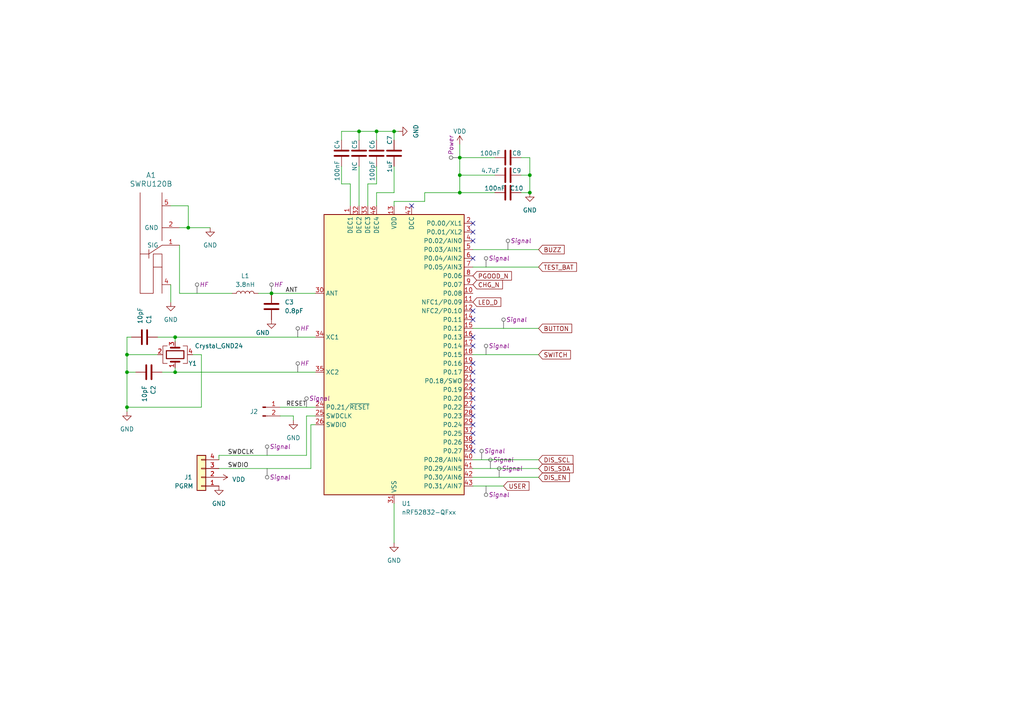
<source format=kicad_sch>
(kicad_sch (version 20230121) (generator eeschema)
  (paper "A4")
  (title_block (comment 1 "MCU set up for internal LDO.") (comment 2 "The DCDC converter cannot be used with out other additional passive"))
  (lib_symbols
    (symbol "Connector:Conn_01x02_Pin" (pin_names (offset 1.016) hide)
      (property "Reference" "J" (at 0 2.54 0))
      (property "Value" "Conn_01x02_Pin" (at 0 -5.08 0))
      (symbol "Conn_01x02_Pin_1_1"
        (polyline (pts (xy 1.27 -2.54) (xy 0.8636 -2.54)) (stroke (width 0.1524)))
        (polyline (pts (xy 1.27 0) (xy 0.8636 0)) (stroke (width 0.1524)))
        (rectangle (start 0.8636 -2.413) (end 0 -2.667) (stroke (width 0.1524)) (fill (type outline)))
        (rectangle (start 0.8636 0.127) (end 0 -0.127) (stroke (width 0.1524)) (fill (type outline)))
        (pin passive line (at 5.08 0 180) (length 3.81) (name "Pin_1") (number "1"))
        (pin passive line (at 5.08 -2.54 180) (length 3.81) (name "Pin_2") (number "2"))
      )
    )
    (symbol "Connector_Generic:Conn_01x04" (pin_names (offset 1.016) hide)
      (property "Reference" "J" (at 0 5.08 0))
      (property "Value" "Conn_01x04" (at 0 -7.62 0))
      (symbol "Conn_01x04_1_1"
        (rectangle (start -1.27 -4.953) (end 0 -5.207) (stroke (width 0.1524)))
        (rectangle (start -1.27 -2.413) (end 0 -2.667) (stroke (width 0.1524)))
        (rectangle (start -1.27 0.127) (end 0 -0.127) (stroke (width 0.1524)))
        (rectangle (start -1.27 2.667) (end 0 2.413) (stroke (width 0.1524)))
        (rectangle (start -1.27 3.81) (end 1.27 -6.35) (stroke (width 0.254)) (fill (type background)))
        (pin passive line (at -5.08 2.54 0) (length 3.81) (name "Pin_1") (number "1"))
        (pin passive line (at -5.08 0 0) (length 3.81) (name "Pin_2") (number "2"))
        (pin passive line (at -5.08 -2.54 0) (length 3.81) (name "Pin_3") (number "3"))
        (pin passive line (at -5.08 -5.08 0) (length 3.81) (name "Pin_4") (number "4"))
      )
    )
    (symbol "Device:C" (pin_numbers hide) (pin_names (offset 0.254))
      (property "Reference" "C" (at 0.635 2.54 0))
      (property "Value" "C" (at 0.635 -2.54 0))
      (symbol "C_0_1"
        (polyline (pts (xy -2.032 -0.762) (xy 2.032 -0.762)) (stroke (width 0.508)))
        (polyline (pts (xy -2.032 0.762) (xy 2.032 0.762)) (stroke (width 0.508)))
      )
      (symbol "C_1_1"
        (pin passive line (at 0 3.81 270) (length 2.794) (name "~") (number "1"))
        (pin passive line (at 0 -3.81 90) (length 2.794) (name "~") (number "2"))
      )
    )
    (symbol "Device:Crystal_GND24" (pin_names (offset 1.016) hide)
      (property "Reference" "Y" (at 3.175 5.08 0))
      (property "Value" "Crystal_GND24" (at 3.175 3.175 0))
      (symbol "Crystal_GND24_0_1"
        (rectangle (start -1.143 2.54) (end 1.143 -2.54) (stroke (width 0.3048)))
        (polyline (pts (xy -2.54 0) (xy -2.032 0)))
        (polyline (pts (xy -2.032 -1.27) (xy -2.032 1.27)) (stroke (width 0.508)))
        (polyline (pts (xy 0 -3.81) (xy 0 -3.556)))
        (polyline (pts (xy 0 3.556) (xy 0 3.81)))
        (polyline (pts (xy 2.032 -1.27) (xy 2.032 1.27)) (stroke (width 0.508)))
        (polyline (pts (xy 2.032 0) (xy 2.54 0)))
        (polyline (pts (xy -2.54 -2.286) (xy -2.54 -3.556) (xy 2.54 -3.556) (xy 2.54 -2.286)))
        (polyline (pts (xy -2.54 2.286) (xy -2.54 3.556) (xy 2.54 3.556) (xy 2.54 2.286)))
      )
      (symbol "Crystal_GND24_1_1"
        (pin passive line (at -3.81 0 0) (length 1.27) (name "1") (number "1"))
        (pin passive line (at 0 5.08 270) (length 1.27) (name "2") (number "2"))
        (pin passive line (at 3.81 0 180) (length 1.27) (name "3") (number "3"))
        (pin passive line (at 0 -5.08 90) (length 1.27) (name "4") (number "4"))
      )
    )
    (symbol "Device:L" (pin_numbers hide) (pin_names (offset 1.016) hide)
      (property "Reference" "L" (at -1.27 0 90))
      (property "Value" "L" (at 1.905 0 90))
      (symbol "L_0_1"
        (arc (start 0 -2.54) (mid 0.6323 -1.905) (end 0 -1.27))
        (arc (start 0 -1.27) (mid 0.6323 -0.635) (end 0 0))
        (arc (start 0 0) (mid 0.6323 0.635) (end 0 1.27))
        (arc (start 0 1.27) (mid 0.6323 1.905) (end 0 2.54))
      )
      (symbol "L_1_1"
        (pin passive line (at 0 3.81 270) (length 1.27) (name "1") (number "1"))
        (pin passive line (at 0 -3.81 90) (length 1.27) (name "2") (number "2"))
      )
    )
    (symbol "MCU_Nordic:nRF52832-QFxx"
      (property "Reference" "U" (at 0 1.27 0))
      (property "Value" "nRF52832-QFxx" (at 0 -1.27 0))
      (symbol "nRF52832-QFxx_0_1"
        (rectangle (start -20.32 40.64) (end 20.32 -40.64) (stroke (width 0.254)) (fill (type background)))
      )
      (symbol "nRF52832-QFxx_1_1"
        (pin passive line (at -12.7 43.18 270) (length 2.54) (name "DEC1") (number "1"))
        (pin bidirectional line (at 22.86 17.78 180) (length 2.54) (name "P0.08") (number "10"))
        (pin bidirectional line (at 22.86 15.24 180) (length 2.54) (name "NFC1/P0.09") (number "11"))
        (pin bidirectional line (at 22.86 12.7 180) (length 2.54) (name "NFC2/P0.10") (number "12"))
        (pin power_in line (at 0 43.18 270) (length 2.54) (name "VDD") (number "13"))
        (pin bidirectional line (at 22.86 10.16 180) (length 2.54) (name "P0.11") (number "14"))
        (pin bidirectional line (at 22.86 7.62 180) (length 2.54) (name "P0.12") (number "15"))
        (pin bidirectional line (at 22.86 5.08 180) (length 2.54) (name "P0.13") (number "16"))
        (pin bidirectional line (at 22.86 2.54 180) (length 2.54) (name "P0.14") (number "17"))
        (pin bidirectional line (at 22.86 0 180) (length 2.54) (name "P0.15") (number "18"))
        (pin bidirectional line (at 22.86 -2.54 180) (length 2.54) (name "P0.16") (number "19"))
        (pin bidirectional line (at 22.86 38.1 180) (length 2.54) (name "P0.00/XL1") (number "2"))
        (pin bidirectional line (at 22.86 -5.08 180) (length 2.54) (name "P0.17") (number "20"))
        (pin bidirectional line (at 22.86 -7.62 180) (length 2.54) (name "P0.18/SWO") (number "21"))
        (pin bidirectional line (at 22.86 -10.16 180) (length 2.54) (name "P0.19") (number "22"))
        (pin bidirectional line (at 22.86 -12.7 180) (length 2.54) (name "P0.20") (number "23"))
        (pin bidirectional line (at -22.86 -15.24 0) (length 2.54) (name "P0.21/~{RESET}") (number "24"))
        (pin input line (at -22.86 -17.78 0) (length 2.54) (name "SWDCLK") (number "25"))
        (pin bidirectional line (at -22.86 -20.32 0) (length 2.54) (name "SWDIO") (number "26"))
        (pin bidirectional line (at 22.86 -15.24 180) (length 2.54) (name "P0.22") (number "27"))
        (pin bidirectional line (at 22.86 -17.78 180) (length 2.54) (name "P0.23") (number "28"))
        (pin bidirectional line (at 22.86 -20.32 180) (length 2.54) (name "P0.24") (number "29"))
        (pin bidirectional line (at 22.86 35.56 180) (length 2.54) (name "P0.01/XL2") (number "3"))
        (pin passive line (at -22.86 17.78 0) (length 2.54) (name "ANT") (number "30"))
        (pin power_in line (at 0 -43.18 90) (length 2.54) (name "VSS") (number "31"))
        (pin passive line (at -10.16 43.18 270) (length 2.54) (name "DEC2") (number "32"))
        (pin passive line (at -7.62 43.18 270) (length 2.54) (name "DEC3") (number "33"))
        (pin input line (at -22.86 5.08 0) (length 2.54) (name "XC1") (number "34"))
        (pin input line (at -22.86 -5.08 0) (length 2.54) (name "XC2") (number "35"))
        (pin passive line (at 0 43.18 270) (length 2.54) hide (name "VDD") (number "36"))
        (pin bidirectional line (at 22.86 -22.86 180) (length 2.54) (name "P0.25") (number "37"))
        (pin bidirectional line (at 22.86 -25.4 180) (length 2.54) (name "P0.26") (number "38"))
        (pin bidirectional line (at 22.86 -27.94 180) (length 2.54) (name "P0.27") (number "39"))
        (pin bidirectional line (at 22.86 33.02 180) (length 2.54) (name "P0.02/AIN0") (number "4"))
        (pin bidirectional line (at 22.86 -30.48 180) (length 2.54) (name "P0.28/AIN4") (number "40"))
        (pin bidirectional line (at 22.86 -33.02 180) (length 2.54) (name "P0.29/AIN5") (number "41"))
        (pin bidirectional line (at 22.86 -35.56 180) (length 2.54) (name "P0.30/AIN6") (number "42"))
        (pin bidirectional line (at 22.86 -38.1 180) (length 2.54) (name "P0.31/AIN7") (number "43"))
        (pin no_connect line (at -20.32 -30.48 0) (length 2.54) hide (name "NC") (number "44"))
        (pin passive line (at 0 -43.18 90) (length 2.54) hide (name "VSS") (number "45"))
        (pin passive line (at -5.08 43.18 270) (length 2.54) (name "DEC4") (number "46"))
        (pin power_out line (at 5.08 43.18 270) (length 2.54) (name "DCC") (number "47"))
        (pin passive line (at 0 43.18 270) (length 2.54) hide (name "VDD") (number "48"))
        (pin passive line (at 0 -43.18 90) (length 2.54) hide (name "VSS") (number "49"))
        (pin bidirectional line (at 22.86 30.48 180) (length 2.54) (name "P0.03/AIN1") (number "5"))
        (pin bidirectional line (at 22.86 27.94 180) (length 2.54) (name "P0.04/AIN2") (number "6"))
        (pin bidirectional line (at 22.86 25.4 180) (length 2.54) (name "P0.05/AIN3") (number "7"))
        (pin bidirectional line (at 22.86 22.86 180) (length 2.54) (name "P0.06") (number "8"))
        (pin bidirectional line (at 22.86 20.32 180) (length 2.54) (name "P0.07") (number "9"))
      )
    )
    (symbol "MyAntennas:SWRU120B" (pin_names (offset 1.016))
      (property "Reference" "A1" (at 19.05 4.445 90))
      (property "Value" "SWRU120B" (at 16.51 4.445 90))
      (symbol "SWRU120B_0_1"
        (rectangle (start -1.27 2.54) (end -1.27 2.54))
        (polyline (pts (xy -7.62 3.81) (xy -7.62 1.27)))
        (polyline (pts (xy -5.08 5.08) (xy -2.54 5.08)))
        (polyline (pts (xy 0 1.27) (xy 13.97 1.27)))
        (polyline (pts (xy -1.27 1.27) (xy -3.81 5.08) (xy -3.81 7.62)))
        (polyline (pts (xy 13.97 7.62) (xy -15.24 7.62) (xy -15.24 3.81) (xy -3.81 3.81) (xy -3.81 1.27) (xy -15.24 1.27)))
      )
      (symbol "SWRU120B_1_1"
        (pin input line (at -1.27 -3.81 90) (length 5.08) (name "SIG") (number "1"))
        (pin power_in line (at 3.81 -3.81 90) (length 5.08) (name "GND") (number "2"))
        (pin unspecified line (at -12.7 -1.27 90) (length 2.54) (name "") (number "4"))
        (pin unspecified line (at 10.16 -1.27 90) (length 2.54) (name "") (number "5"))
      )
    )
    (symbol "power:GND" (power) (pin_names (offset 0))
      (property "Value" "GND" (at 0 -3.81 0))
      (symbol "GND_0_1"
        (polyline (pts (xy 0 0) (xy 0 -1.27) (xy 1.27 -1.27) (xy 0 -2.54) (xy -1.27 -1.27) (xy 0 -1.27)))
      )
      (symbol "GND_1_1"
        (pin power_in line (at 0 0 270) (length 0) hide (name "GND") (number "1"))
      )
    )
    (symbol "power:VDD" (power) (pin_names (offset 0))
      (property "Value" "VDD" (at 0 3.81 0))
      (symbol "VDD_0_1"
        (polyline (pts (xy -0.762 1.27) (xy 0 2.54)))
        (polyline (pts (xy 0 0) (xy 0 2.54)))
        (polyline (pts (xy 0 2.54) (xy 0.762 1.27)))
      )
      (symbol "VDD_1_1"
        (pin power_in line (at 0 0 90) (length 0) hide (name "VDD") (number "1"))
      )
    )
  )
  (junction (at 36.83 118.11))
  (junction (at 133.35 45.72))
  (junction (at 104.14 38.1))
  (junction (at 114.3 38.1))
  (junction (at 133.35 50.8))
  (junction (at 36.83 102.87))
  (junction (at 54.61 66.04))
  (junction (at 153.67 50.8))
  (junction (at 36.83 107.95))
  (junction (at 109.22 38.1))
  (junction (at 153.67 55.88))
  (junction (at 50.8 97.79))
  (junction (at 50.8 107.95))
  (junction (at 78.74 85.09))
  (junction (at 133.35 55.88))
  (no_connect (at 137.16 105.41))
  (no_connect (at 137.16 115.57))
  (no_connect (at 137.16 64.77))
  (no_connect (at 137.16 118.11))
  (no_connect (at 119.38 59.69))
  (no_connect (at 137.16 123.19))
  (no_connect (at 137.16 90.17))
  (no_connect (at 137.16 67.31))
  (no_connect (at 137.16 97.79))
  (no_connect (at 137.16 69.85))
  (no_connect (at 137.16 110.49))
  (no_connect (at 137.16 125.73))
  (no_connect (at 137.16 107.95))
  (no_connect (at 137.16 113.03))
  (no_connect (at 137.16 130.81))
  (no_connect (at 137.16 92.71))
  (no_connect (at 137.16 100.33))
  (no_connect (at 137.16 128.27))
  (no_connect (at 137.16 120.65))
  (no_connect (at 137.16 74.93))
  (wire (pts (xy 36.83 107.95) (xy 36.83 118.11)))
  (wire (pts (xy 156.21 135.89) (xy 137.16 135.89)))
  (wire (pts (xy 109.22 40.64) (xy 109.22 38.1)))
  (wire (pts (xy 50.8 106.68) (xy 50.8 107.95)))
  (wire (pts (xy 50.8 107.95) (xy 46.99 107.95)))
  (wire (pts (xy 133.35 45.72) (xy 133.35 50.8)))
  (wire (pts (xy 74.93 85.09) (xy 78.74 85.09)))
  (wire (pts (xy 36.83 102.87) (xy 36.83 97.79)))
  (wire (pts (xy 49.53 82.55) (xy 49.53 87.63)))
  (wire (pts (xy 101.6 59.69) (xy 101.6 53.34)))
  (wire (pts (xy 123.19 55.88) (xy 133.35 55.88)))
  (wire (pts (xy 50.8 97.79) (xy 50.8 99.06)))
  (wire (pts (xy 153.67 45.72) (xy 153.67 50.8)))
  (wire (pts (xy 146.05 140.97) (xy 137.16 140.97)))
  (wire (pts (xy 109.22 53.34) (xy 109.22 48.26)))
  (wire (pts (xy 63.5 132.08) (xy 88.9 132.08)))
  (wire (pts (xy 133.35 50.8) (xy 133.35 55.88)))
  (wire (pts (xy 114.3 58.42) (xy 114.3 59.69)))
  (wire (pts (xy 54.61 66.04) (xy 60.96 66.04)))
  (wire (pts (xy 88.9 132.08) (xy 88.9 120.65)))
  (wire (pts (xy 133.35 50.8) (xy 143.51 50.8)))
  (wire (pts (xy 58.42 102.87) (xy 58.42 118.11)))
  (wire (pts (xy 52.07 85.09) (xy 52.07 71.12)))
  (wire (pts (xy 106.68 59.69) (xy 106.68 53.34)))
  (wire (pts (xy 63.5 132.08) (xy 63.5 133.35)))
  (wire (pts (xy 67.31 85.09) (xy 52.07 85.09)))
  (wire (pts (xy 78.74 85.09) (xy 91.44 85.09)))
  (wire (pts (xy 50.8 97.79) (xy 45.72 97.79)))
  (wire (pts (xy 99.06 38.1) (xy 104.14 38.1)))
  (wire (pts (xy 156.21 95.25) (xy 137.16 95.25)))
  (wire (pts (xy 50.8 97.79) (xy 91.44 97.79)))
  (wire (pts (xy 156.21 138.43) (xy 137.16 138.43)))
  (wire (pts (xy 123.19 55.88) (xy 123.19 58.42)))
  (wire (pts (xy 151.13 55.88) (xy 153.67 55.88)))
  (wire (pts (xy 151.13 45.72) (xy 153.67 45.72)))
  (wire (pts (xy 106.68 53.34) (xy 109.22 53.34)))
  (wire (pts (xy 104.14 59.69) (xy 104.14 48.26)))
  (wire (pts (xy 36.83 118.11) (xy 58.42 118.11)))
  (wire (pts (xy 90.17 135.89) (xy 90.17 123.19)))
  (wire (pts (xy 81.28 120.65) (xy 85.09 120.65)))
  (wire (pts (xy 63.5 135.89) (xy 90.17 135.89)))
  (wire (pts (xy 99.06 53.34) (xy 99.06 48.26)))
  (wire (pts (xy 156.21 72.39) (xy 137.16 72.39)))
  (wire (pts (xy 88.9 120.65) (xy 91.44 120.65)))
  (wire (pts (xy 49.53 59.69) (xy 54.61 59.69)))
  (wire (pts (xy 36.83 97.79) (xy 38.1 97.79)))
  (wire (pts (xy 90.17 123.19) (xy 91.44 123.19)))
  (wire (pts (xy 109.22 55.88) (xy 109.22 59.69)))
  (wire (pts (xy 36.83 118.11) (xy 36.83 119.38)))
  (wire (pts (xy 156.21 102.87) (xy 137.16 102.87)))
  (wire (pts (xy 109.22 38.1) (xy 114.3 38.1)))
  (wire (pts (xy 99.06 40.64) (xy 99.06 38.1)))
  (wire (pts (xy 54.61 59.69) (xy 54.61 66.04)))
  (wire (pts (xy 114.3 146.05) (xy 114.3 157.48)))
  (wire (pts (xy 114.3 40.64) (xy 114.3 38.1)))
  (wire (pts (xy 52.07 66.04) (xy 54.61 66.04)))
  (wire (pts (xy 123.19 58.42) (xy 114.3 58.42)))
  (wire (pts (xy 137.16 77.47) (xy 156.21 77.47)))
  (wire (pts (xy 36.83 102.87) (xy 36.83 107.95)))
  (wire (pts (xy 104.14 38.1) (xy 109.22 38.1)))
  (wire (pts (xy 114.3 55.88) (xy 109.22 55.88)))
  (wire (pts (xy 36.83 107.95) (xy 39.37 107.95)))
  (wire (pts (xy 104.14 40.64) (xy 104.14 38.1)))
  (wire (pts (xy 133.35 45.72) (xy 143.51 45.72)))
  (wire (pts (xy 143.51 55.88) (xy 133.35 55.88)))
  (wire (pts (xy 153.67 50.8) (xy 153.67 55.88)))
  (wire (pts (xy 55.88 102.87) (xy 58.42 102.87)))
  (wire (pts (xy 81.28 118.11) (xy 91.44 118.11)))
  (wire (pts (xy 156.21 133.35) (xy 137.16 133.35)))
  (wire (pts (xy 50.8 107.95) (xy 91.44 107.95)))
  (wire (pts (xy 133.35 41.91) (xy 133.35 45.72)))
  (wire (pts (xy 36.83 102.87) (xy 45.72 102.87)))
  (wire (pts (xy 101.6 53.34) (xy 99.06 53.34)))
  (wire (pts (xy 85.09 120.65) (xy 85.09 121.92)))
  (wire (pts (xy 114.3 38.1) (xy 115.57 38.1)))
  (wire (pts (xy 151.13 50.8) (xy 153.67 50.8)))
  (wire (pts (xy 114.3 48.26) (xy 114.3 55.88)))
  (label "SWDCLK" (at 66.04 132.08 0))
  (label "RESET" (at 88.9 118.11 180))
  (label "ANT" (at 86.36 85.09 180))
  (label "SWDIO" (at 66.04 135.89 0))
  (global_label "BUZZ" (shape input) (at 156.21 72.39 0) (property "Intersheetrefs" "${INTERSHEET_REFS}" (effects hide)))
  (global_label "CHG_N" (shape input) (at 137.16 82.55 0) (property "Intersheetrefs" "${INTERSHEET_REFS}" (effects hide)))
  (global_label "TEST_BAT" (shape input) (at 156.21 77.47 0) (property "Intersheetrefs" "${INTERSHEET_REFS}" (effects hide)))
  (global_label "BUTTON" (shape input) (at 156.21 95.25 0) (property "Intersheetrefs" "${INTERSHEET_REFS}" (effects hide)))
  (global_label "PGOOD_N" (shape input) (at 137.16 80.01 0) (property "Intersheetrefs" "${INTERSHEET_REFS}" (effects hide)))
  (global_label "SWITCH" (shape input) (at 156.21 102.87 0) (property "Intersheetrefs" "${INTERSHEET_REFS}" (effects hide)))
  (global_label "LED_D" (shape input) (at 137.16 87.63 0) (property "Intersheetrefs" "${INTERSHEET_REFS}" (effects hide)))
  (global_label "DIS_SCL" (shape input) (at 156.21 133.35 0) (property "Intersheetrefs" "${INTERSHEET_REFS}" (effects hide)))
  (global_label "DIS_EN" (shape input) (at 156.21 138.43 0) (property "Intersheetrefs" "${INTERSHEET_REFS}" (effects hide)))
  (global_label "USER" (shape input) (at 146.05 140.97 0) (property "Intersheetrefs" "${INTERSHEET_REFS}" (effects hide)))
  (global_label "DIS_SDA" (shape input) (at 156.21 135.89 0) (property "Intersheetrefs" "${INTERSHEET_REFS}" (effects hide)))
  (netclass_flag "" (length 2.54) (shape round) (at 78.74 85.09 0) (property "Netclass" "HF" (at 79.4385 82.55 0) (effects (font italic) (justify left))))
  (netclass_flag "" (length 2.54) (shape round) (at 144.78 138.43 0) (property "Netclass" "Signal" (at 145.4785 135.89 0) (effects (font italic) (justify left))))
  (netclass_flag "" (length 2.54) (shape round) (at 140.97 102.87 0) (property "Netclass" "Signal" (at 141.6685 100.33 0) (effects (font italic) (justify left))))
  (netclass_flag "" (length 2.54) (shape round) (at 140.97 140.97 180) (property "Netclass" "Signal" (at 141.6685 143.51 0) (effects (font italic) (justify left))))
  (netclass_flag "" (length 2.54) (shape round) (at 86.36 107.95 0) (property "Netclass" "HF" (at 87.0585 105.41 0) (effects (font italic) (justify left))))
  (netclass_flag "" (length 2.54) (shape round) (at 139.7 133.35 0) (property "Netclass" "Signal" (at 140.3985 130.81 0) (effects (font italic) (justify left))))
  (netclass_flag "" (length 2.54) (shape round) (at 142.24 135.89 0) (property "Netclass" "Signal" (at 142.9385 133.35 0) (effects (font italic) (justify left))))
  (netclass_flag "" (length 2.54) (shape round) (at 77.47 135.89 180) (property "Netclass" "Signal" (at 78.1685 138.43 0) (effects (font italic) (justify left))))
  (netclass_flag "" (length 2.54) (shape round) (at 140.97 77.47 0) (property "Netclass" "Signal" (at 141.6685 74.93 0) (effects (font italic) (justify left))))
  (netclass_flag "" (length 2.54) (shape round) (at 147.32 72.39 0) (property "Netclass" "Signal" (at 148.0185 69.85 0) (effects (font italic) (justify left))))
  (netclass_flag "" (length 2.54) (shape round) (at 88.9 118.11 0) (property "Netclass" "Signal" (at 89.5985 115.57 0) (effects (font italic) (justify left))))
  (netclass_flag "" (length 2.54) (shape round) (at 57.15 85.09 0) (property "Netclass" "HF" (at 57.8485 82.55 0) (effects (font italic) (justify left))))
  (netclass_flag "" (length 2.54) (shape round) (at 86.36 97.79 0) (property "Netclass" "HF" (at 87.0585 95.25 0) (effects (font italic) (justify left))))
  (netclass_flag "" (length 2.54) (shape round) (at 146.05 95.25 0) (property "Netclass" "Signal" (at 146.7485 92.71 0) (effects (font italic) (justify left))))
  (netclass_flag "" (length 2.54) (shape round) (at 77.47 132.08 0) (property "Netclass" "Signal" (at 78.1685 129.54 0) (effects (font italic) (justify left))))
  (netclass_flag "" (length 2.54) (shape round) (at 133.35 45.72 90) (property "Netclass" "Power" (at 130.81 45.0215 90) (effects (font italic) (justify left))))
  (symbol (lib_id "Device:Crystal_GND24") (at 50.8 102.87 90) (unit 1)
    (property "Reference" "Y1" (at 55.88 105.41 90))
    (property "Value" "Crystal_GND24" (at 63.5 100.33 90))
    (property "Footprint" "_Parts:OSC_XRCGB32M000F2P01R0" (effects hide))
    (property "Part" "XRCGB32M000F2P01R0" (effects hide))
  )
  (symbol (lib_id "power:GND") (at 85.09 121.92 0) (unit 1)
    (property "Reference" "#PWR07" (effects hide))
    (property "Value" "GND" (at 85.09 127 0))
  )
  (symbol (lib_id "power:GND") (at 78.74 92.71 0) (unit 1)
    (property "Reference" "#PWR06" (effects hide))
    (property "Value" "GND" (at 76.2 96.52 0))
  )
  (symbol (lib_id "Device:C") (at 104.14 44.45 180) (unit 1)
    (property "Reference" "C5" (at 102.87 41.91 90))
    (property "Value" "NC" (at 102.87 48.26 90))
    (property "Footprint" "Capacitor_SMD:C_0402_1005Metric_Pad0.74x0.62mm_HandSolder" (effects hide))
  )
  (symbol (lib_id "power:VDD") (at 63.5 138.43 270) (unit 1)
    (property "Reference" "#PWR036" (effects hide))
    (property "Value" "VDD" (at 67.31 139.065 90) (effects (justify left)))
    (instances (project "BLE_REMOTE" (path "" (reference "#PWR036") (unit 1)) (path "" (reference "#PWR04") (unit 1))))
  )
  (symbol (lib_id "Device:C") (at 147.32 50.8 270) (unit 1)
    (property "Reference" "C9" (at 149.86 49.53 90))
    (property "Value" "4.7uF" (at 142.24 49.53 90))
    (property "Footprint" "Capacitor_SMD:C_0805_2012Metric_Pad1.18x1.45mm_HandSolder" (effects hide))
    (property "Datasheet" "https://www.digikey.ca/en/products/detail/samsung-electro-mechanics/CL21A475KAQNNNE/3886902" (effects hide))
    (property "Part" "CL21A475KAQNNNE" (effects hide))
  )
  (symbol (lib_id "power:GND") (at 49.53 87.63 0) (unit 1)
    (property "Reference" "#PWR041" (effects hide))
    (property "Value" "GND" (at 49.53 92.71 0))
  )
  (symbol (lib_id "Device:C") (at 43.18 107.95 90) (unit 1)
    (property "Reference" "C2" (at 44.45 111.76 0) (effects (justify right)))
    (property "Value" "10pF" (at 41.91 111.76 0) (effects (justify right)))
    (property "Footprint" "Capacitor_SMD:C_0402_1005Metric_Pad0.74x0.62mm_HandSolder" (effects hide))
    (property "Datasheet" "https://www.digikey.ca/en/products/detail/murata-electronics/GJM1555C1H100FB01D/2592845" (effects hide))
    (property "Part" "GJM1555C1H100FB01D" (effects hide))
  )
  (symbol (lib_id "Device:C") (at 99.06 44.45 180) (unit 1)
    (property "Reference" "C4" (at 97.79 41.91 90))
    (property "Value" "100nF" (at 97.79 49.53 90))
    (property "Footprint" "Capacitor_SMD:C_0402_1005Metric_Pad0.74x0.62mm_HandSolder" (effects hide))
    (property "Datasheet" "https://www.digikey.ca/en/products/detail/samsung-electro-mechanics/CL05B104KP5VPNC/20498482?s=N4IgjCBcpgLFoDGUBmBDANgZwKYBoQB7KAbRAHZYBWMKkAgJgGYAOc1kAXQIAcAXKCADKfAE4BLAHYBzEAF8CYAGwIQySOmz4ipEEwCctFl14DIwsVNkLw5Ves24CxSGVgMGsWiZD9BIiRl5GwZdMAAGcMkAMS45IA" (effects hide))
    (property "Part" "CL05B104KP5VPNC" (effects hide))
  )
  (symbol (lib_id "power:GND") (at 36.83 119.38 0) (unit 1)
    (property "Reference" "#PWR02" (effects hide))
    (property "Value" "GND" (at 36.83 124.46 0))
  )
  (symbol (lib_id "power:GND") (at 63.5 140.97 0) (unit 1)
    (property "Reference" "#PWR05" (effects hide))
    (property "Value" "GND" (at 63.5 146.05 0))
  )
  (symbol (lib_id "Device:C") (at 147.32 55.88 270) (unit 1)
    (property "Reference" "C10" (at 149.86 54.61 90))
    (property "Value" "100nF" (at 143.51 54.61 90))
    (property "Footprint" "Capacitor_SMD:C_0402_1005Metric_Pad0.74x0.62mm_HandSolder" (effects hide))
    (property "Datasheet" "https://www.digikey.ca/en/products/detail/samsung-electro-mechanics/CL05B104KP5VPNC/20498482?s=N4IgjCBcpgLFoDGUBmBDANgZwKYBoQB7KAbRAHZYBWMKkAgJgGYAOc1kAXQIAcAXKCADKfAE4BLAHYBzEAF8CYAGwIQySOmz4ipEEwCctFl14DIwsVNkLw5Ves24CxSGVgMGsWiZD9BIiRl5GwZdMAAGcMkAMS45IA" (effects hide))
    (property "Part" "CL05B104KP5VPNC" (effects hide))
  )
  (symbol (lib_id "MyAntennas:SWRU120B") (at 48.26 69.85 90) (unit 1)
    (property "Reference" "A1" (at 43.815 50.8 90) (effects (font (size 1.524 1.524))))
    (property "Value" "SWRU120B" (at 43.815 53.34 90) (effects (font (size 1.524 1.524))))
    (property "Footprint" "MyAntennas:SWRU120B" (effects hide))
    (property "Datasheet" "file:///C:/Users/ebert/Downloads/KiCAD_PCB_Antenna_Lib/PCB_Antenna_Lib/Datasheets/swru120b.pdf" (effects hide))
  )
  (symbol (lib_id "power:GND") (at 115.57 38.1 90) (unit 1)
    (property "Reference" "#PWR09" (effects hide))
    (property "Value" "GND" (at 120.65 38.1 0))
  )
  (symbol (lib_id "power:VDD") (at 133.35 41.91 0) (unit 1)
    (property "Reference" "#PWR036" (effects hide))
    (property "Value" "VDD" (at 133.35 38.1 0))
    (instances (project "BLE_REMOTE" (path "" (reference "#PWR036") (unit 1)) (path "" (reference "#PWR010") (unit 1))))
  )
  (symbol (lib_id "Connector:Conn_01x02_Pin") (at 76.2 118.11 0) (unit 1)
    (property "Reference" "J2" (at 73.66 119.38 0))
    (property "Value" "Conn_01x02_Pin" (effects hide))
    (property "Footprint" "Connector_PinHeader_1.27mm:PinHeader_1x02_P1.27mm_Vertical" (effects hide))
  )
  (symbol (lib_id "Connector_Generic:Conn_01x04") (at 58.42 138.43 180) (unit 1)
    (property "Reference" "J1" (at 54.61 138.43 0))
    (property "Value" "PGRM" (at 53.34 140.97 0))
    (property "Footprint" "Connector_PinHeader_2.54mm:PinHeader_1x04_P2.54mm_Vertical" (effects hide))
  )
  (symbol (lib_id "power:GND") (at 114.3 157.48 0) (unit 1)
    (property "Reference" "#PWR08" (effects hide))
    (property "Value" "GND" (at 114.3 162.56 0))
  )
  (symbol (lib_id "power:GND") (at 60.96 66.04 0) (unit 1)
    (property "Reference" "#PWR03" (effects hide))
    (property "Value" "GND" (at 60.96 71.12 0))
  )
  (symbol (lib_id "Device:C") (at 78.74 88.9 0) (unit 1)
    (property "Reference" "C3" (at 82.55 87.63 0) (effects (justify left)))
    (property "Value" "0.8pF" (at 82.55 90.17 0) (effects (justify left)))
    (property "Footprint" "Capacitor_SMD:C_0402_1005Metric_Pad0.74x0.62mm_HandSolder" (effects hide))
    (property "Datasheet" "https://www.digikey.ca/en/products/detail/murata-electronics/GJM1555C1HR80BB01D/2593264" (effects hide))
    (property "Part" "GJM1555C1HR80BB01D" (effects hide))
  )
  (symbol (lib_id "Device:C") (at 114.3 44.45 180) (unit 1)
    (property "Reference" "C7" (at 113.03 40.64 90))
    (property "Value" "1uF" (at 113.03 48.26 90))
    (property "Footprint" "Capacitor_SMD:C_0603_1608Metric_Pad1.08x0.95mm_HandSolder" (effects hide))
    (property "Datasheet" "https://www.digikey.ca/en/products/detail/yageo/CC0603KRX7R7BB104/302822" (effects hide))
    (property "Part" "CC0603KRX7R7BB104" (effects hide))
  )
  (symbol (lib_id "MCU_Nordic:nRF52832-QFxx") (at 114.3 102.87 0) (unit 1)
    (property "Reference" "U1" (at 116.4941 146.05 0) (effects (justify left)))
    (property "Value" "nRF52832-QFxx" (at 116.4941 148.59 0) (effects (justify left)))
    (property "Footprint" "Package_DFN_QFN:QFN-48-1EP_6x6mm_P0.4mm_EP4.6x4.6mm" (effects hide))
    (property "Datasheet" "https://www.digikey.ca/en/products/detail/nordic-semiconductor-asa/NRF52832-QFAA-R/5428659" (effects hide))
    (property "Part" "NRF52832-QFAA-R" (effects hide))
  )
  (symbol (lib_id "power:GND") (at 153.67 55.88 0) (unit 1)
    (property "Reference" "#PWR011" (effects hide))
    (property "Value" "GND" (at 153.67 60.96 0))
  )
  (symbol (lib_id "Device:C") (at 41.91 97.79 270) (mirror x) (unit 1)
    (property "Reference" "C1" (at 43.18 93.98 0) (effects (justify left)))
    (property "Value" "10pF" (at 40.64 93.98 0) (effects (justify left)))
    (property "Footprint" "Capacitor_SMD:C_0402_1005Metric_Pad0.74x0.62mm_HandSolder" (effects hide))
    (property "Datasheet" "https://www.digikey.ca/en/products/detail/murata-electronics/GJM1555C1H100FB01D/2592845" (effects hide))
    (property "Part" "GJM1555C1H100FB01D" (effects hide))
  )
  (symbol (lib_id "Device:L") (at 71.12 85.09 90) (unit 1)
    (property "Reference" "L1" (at 71.12 80.01 90))
    (property "Value" "3.8nH" (at 71.12 82.55 90))
    (property "Footprint" "Inductor_SMD:L_0402_1005Metric_Pad0.77x0.64mm_HandSolder" (effects hide))
    (property "Datasheet" "https://www.digikey.ca/en/products/detail/murata-electronics/LQW15AN3N9G80D/10706478" (effects hide))
    (property "Part" "LQW15AN3N9G80D" (effects hide))
  )
  (symbol (lib_id "Device:C") (at 147.32 45.72 270) (unit 1)
    (property "Reference" "C8" (at 149.86 44.45 90))
    (property "Value" "100nF" (at 142.24 44.45 90))
    (property "Footprint" "Capacitor_SMD:C_0402_1005Metric_Pad0.74x0.62mm_HandSolder" (effects hide))
    (property "Datasheet" "https://www.digikey.ca/en/products/detail/samsung-electro-mechanics/CL05B104KP5VPNC/20498482?s=N4IgjCBcpgLFoDGUBmBDANgZwKYBoQB7KAbRAHZYBWMKkAgJgGYAOc1kAXQIAcAXKCADKfAE4BLAHYBzEAF8CYAGwIQySOmz4ipEEwCctFl14DIwsVNkLw5Ves24CxSGVgMGsWiZD9BIiRl5GwZdMAAGcMkAMS45IA" (effects hide))
    (property "Part" "CL05B104KP5VPNC" (effects hide))
  )
  (symbol (lib_id "Device:C") (at 109.22 44.45 180) (unit 1)
    (property "Reference" "C6" (at 107.95 41.91 90))
    (property "Value" "100pF" (at 107.95 49.53 90))
    (property "Footprint" "Capacitor_SMD:C_0402_1005Metric_Pad0.74x0.62mm_HandSolder" (effects hide))
    (property "Datasheet" "https://www.digikey.ca/en/products/detail/yageo/CC0402JRNPO9BN101/302758" (effects hide))
    (property "Part" "CC0402JRNPO9BN101" (effects hide))
  )
)
</source>
